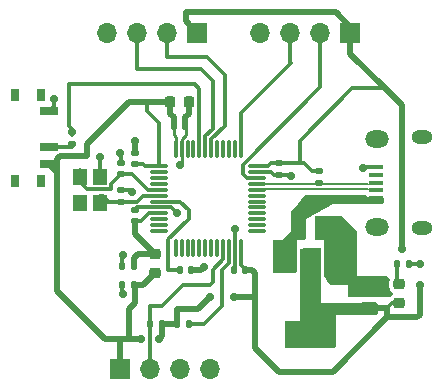
<source format=gbr>
%TF.GenerationSoftware,KiCad,Pcbnew,(6.0.10)*%
%TF.CreationDate,2024-12-04T22:05:22+05:30*%
%TF.ProjectId,STM32 Based PCB Design,53544d33-3220-4426-9173-656420504342,rev?*%
%TF.SameCoordinates,Original*%
%TF.FileFunction,Copper,L1,Top*%
%TF.FilePolarity,Positive*%
%FSLAX46Y46*%
G04 Gerber Fmt 4.6, Leading zero omitted, Abs format (unit mm)*
G04 Created by KiCad (PCBNEW (6.0.10)) date 2024-12-04 22:05:22*
%MOMM*%
%LPD*%
G01*
G04 APERTURE LIST*
G04 Aperture macros list*
%AMRoundRect*
0 Rectangle with rounded corners*
0 $1 Rounding radius*
0 $2 $3 $4 $5 $6 $7 $8 $9 X,Y pos of 4 corners*
0 Add a 4 corners polygon primitive as box body*
4,1,4,$2,$3,$4,$5,$6,$7,$8,$9,$2,$3,0*
0 Add four circle primitives for the rounded corners*
1,1,$1+$1,$2,$3*
1,1,$1+$1,$4,$5*
1,1,$1+$1,$6,$7*
1,1,$1+$1,$8,$9*
0 Add four rect primitives between the rounded corners*
20,1,$1+$1,$2,$3,$4,$5,0*
20,1,$1+$1,$4,$5,$6,$7,0*
20,1,$1+$1,$6,$7,$8,$9,0*
20,1,$1+$1,$8,$9,$2,$3,0*%
G04 Aperture macros list end*
%TA.AperFunction,SMDPad,CuDef*%
%ADD10RoundRect,0.075000X-0.662500X-0.075000X0.662500X-0.075000X0.662500X0.075000X-0.662500X0.075000X0*%
%TD*%
%TA.AperFunction,SMDPad,CuDef*%
%ADD11RoundRect,0.075000X-0.075000X-0.662500X0.075000X-0.662500X0.075000X0.662500X-0.075000X0.662500X0*%
%TD*%
%TA.AperFunction,SMDPad,CuDef*%
%ADD12R,1.300000X0.450000*%
%TD*%
%TA.AperFunction,ComponentPad*%
%ADD13O,2.000000X1.450000*%
%TD*%
%TA.AperFunction,ComponentPad*%
%ADD14O,1.800000X1.150000*%
%TD*%
%TA.AperFunction,SMDPad,CuDef*%
%ADD15RoundRect,0.218750X-0.256250X0.218750X-0.256250X-0.218750X0.256250X-0.218750X0.256250X0.218750X0*%
%TD*%
%TA.AperFunction,SMDPad,CuDef*%
%ADD16RoundRect,0.140000X0.140000X0.170000X-0.140000X0.170000X-0.140000X-0.170000X0.140000X-0.170000X0*%
%TD*%
%TA.AperFunction,SMDPad,CuDef*%
%ADD17RoundRect,0.140000X-0.140000X-0.170000X0.140000X-0.170000X0.140000X0.170000X-0.140000X0.170000X0*%
%TD*%
%TA.AperFunction,ComponentPad*%
%ADD18R,1.700000X1.700000*%
%TD*%
%TA.AperFunction,ComponentPad*%
%ADD19O,1.700000X1.700000*%
%TD*%
%TA.AperFunction,SMDPad,CuDef*%
%ADD20RoundRect,0.135000X0.135000X0.185000X-0.135000X0.185000X-0.135000X-0.185000X0.135000X-0.185000X0*%
%TD*%
%TA.AperFunction,SMDPad,CuDef*%
%ADD21RoundRect,0.140000X0.170000X-0.140000X0.170000X0.140000X-0.170000X0.140000X-0.170000X-0.140000X0*%
%TD*%
%TA.AperFunction,SMDPad,CuDef*%
%ADD22RoundRect,0.135000X-0.135000X-0.185000X0.135000X-0.185000X0.135000X0.185000X-0.135000X0.185000X0*%
%TD*%
%TA.AperFunction,SMDPad,CuDef*%
%ADD23RoundRect,0.250000X-0.250000X-0.475000X0.250000X-0.475000X0.250000X0.475000X-0.250000X0.475000X0*%
%TD*%
%TA.AperFunction,SMDPad,CuDef*%
%ADD24RoundRect,0.225000X-0.225000X-0.250000X0.225000X-0.250000X0.225000X0.250000X-0.225000X0.250000X0*%
%TD*%
%TA.AperFunction,SMDPad,CuDef*%
%ADD25RoundRect,0.135000X-0.185000X0.135000X-0.185000X-0.135000X0.185000X-0.135000X0.185000X0.135000X0*%
%TD*%
%TA.AperFunction,SMDPad,CuDef*%
%ADD26RoundRect,0.140000X-0.170000X0.140000X-0.170000X-0.140000X0.170000X-0.140000X0.170000X0.140000X0*%
%TD*%
%TA.AperFunction,SMDPad,CuDef*%
%ADD27R,0.800000X1.000000*%
%TD*%
%TA.AperFunction,SMDPad,CuDef*%
%ADD28R,1.500000X0.700000*%
%TD*%
%TA.AperFunction,SMDPad,CuDef*%
%ADD29RoundRect,0.135000X0.185000X-0.135000X0.185000X0.135000X-0.185000X0.135000X-0.185000X-0.135000X0*%
%TD*%
%TA.AperFunction,SMDPad,CuDef*%
%ADD30R,1.500000X2.000000*%
%TD*%
%TA.AperFunction,SMDPad,CuDef*%
%ADD31R,3.800000X2.000000*%
%TD*%
%TA.AperFunction,SMDPad,CuDef*%
%ADD32R,1.200000X1.400000*%
%TD*%
%TA.AperFunction,SMDPad,CuDef*%
%ADD33RoundRect,0.250000X0.475000X-0.250000X0.475000X0.250000X-0.475000X0.250000X-0.475000X-0.250000X0*%
%TD*%
%TA.AperFunction,ViaPad*%
%ADD34C,0.700000*%
%TD*%
%TA.AperFunction,Conductor*%
%ADD35C,0.300000*%
%TD*%
%TA.AperFunction,Conductor*%
%ADD36C,0.500000*%
%TD*%
%TA.AperFunction,Conductor*%
%ADD37C,0.250000*%
%TD*%
%TA.AperFunction,Conductor*%
%ADD38C,0.200000*%
%TD*%
G04 APERTURE END LIST*
D10*
%TO.P,U1,1,VBAT*%
%TO.N,+3.3V*%
X197911500Y-87750000D03*
%TO.P,U1,2,PC13*%
%TO.N,unconnected-(U1-Pad2)*%
X197911500Y-88250000D03*
%TO.P,U1,3,PC14*%
%TO.N,unconnected-(U1-Pad3)*%
X197911500Y-88750000D03*
%TO.P,U1,4,PC15*%
%TO.N,unconnected-(U1-Pad4)*%
X197911500Y-89250000D03*
%TO.P,U1,5,PD0*%
%TO.N,/HSE_IN*%
X197911500Y-89750000D03*
%TO.P,U1,6,PD1*%
%TO.N,/HSE_OUT*%
X197911500Y-90250000D03*
%TO.P,U1,7,NRST*%
%TO.N,/NRST*%
X197911500Y-90750000D03*
%TO.P,U1,8,VSSA*%
%TO.N,GND*%
X197911500Y-91250000D03*
%TO.P,U1,9,VDDA*%
%TO.N,+3.3VA*%
X197911500Y-91750000D03*
%TO.P,U1,10,PA0*%
%TO.N,unconnected-(U1-Pad10)*%
X197911500Y-92250000D03*
%TO.P,U1,11,PA1*%
%TO.N,unconnected-(U1-Pad11)*%
X197911500Y-92750000D03*
%TO.P,U1,12,PA2*%
%TO.N,unconnected-(U1-Pad12)*%
X197911500Y-93250000D03*
D11*
%TO.P,U1,13,PA3*%
%TO.N,unconnected-(U1-Pad13)*%
X199324000Y-94662500D03*
%TO.P,U1,14,PA4*%
%TO.N,unconnected-(U1-Pad14)*%
X199824000Y-94662500D03*
%TO.P,U1,15,PA5*%
%TO.N,unconnected-(U1-Pad15)*%
X200324000Y-94662500D03*
%TO.P,U1,16,PA6*%
%TO.N,unconnected-(U1-Pad16)*%
X200824000Y-94662500D03*
%TO.P,U1,17,PA7*%
%TO.N,unconnected-(U1-Pad17)*%
X201324000Y-94662500D03*
%TO.P,U1,18,PB0*%
%TO.N,unconnected-(U1-Pad18)*%
X201824000Y-94662500D03*
%TO.P,U1,19,PB1*%
%TO.N,unconnected-(U1-Pad19)*%
X202324000Y-94662500D03*
%TO.P,U1,20,PB2*%
%TO.N,unconnected-(U1-Pad20)*%
X202824000Y-94662500D03*
%TO.P,U1,21,PB10*%
%TO.N,/I2C2_SCL*%
X203324000Y-94662500D03*
%TO.P,U1,22,PB11*%
%TO.N,/I2C2_SDA*%
X203824000Y-94662500D03*
%TO.P,U1,23,VSS*%
%TO.N,GND*%
X204324000Y-94662500D03*
%TO.P,U1,24,VDD*%
%TO.N,+3.3V*%
X204824000Y-94662500D03*
D10*
%TO.P,U1,25,PB12*%
%TO.N,unconnected-(U1-Pad25)*%
X206236500Y-93250000D03*
%TO.P,U1,26,PB13*%
%TO.N,unconnected-(U1-Pad26)*%
X206236500Y-92750000D03*
%TO.P,U1,27,PB14*%
%TO.N,unconnected-(U1-Pad27)*%
X206236500Y-92250000D03*
%TO.P,U1,28,PB15*%
%TO.N,unconnected-(U1-Pad28)*%
X206236500Y-91750000D03*
%TO.P,U1,29,PA8*%
%TO.N,unconnected-(U1-Pad29)*%
X206236500Y-91250000D03*
%TO.P,U1,30,PA9*%
%TO.N,unconnected-(U1-Pad30)*%
X206236500Y-90750000D03*
%TO.P,U1,31,PA10*%
%TO.N,unconnected-(U1-Pad31)*%
X206236500Y-90250000D03*
%TO.P,U1,32,PA11*%
%TO.N,/USB_D-*%
X206236500Y-89750000D03*
%TO.P,U1,33,PA12*%
%TO.N,/USB_D+*%
X206236500Y-89250000D03*
%TO.P,U1,34,PA13*%
%TO.N,/SWDIO*%
X206236500Y-88750000D03*
%TO.P,U1,35,VSS*%
%TO.N,GND*%
X206236500Y-88250000D03*
%TO.P,U1,36,VDD*%
%TO.N,+3.3V*%
X206236500Y-87750000D03*
D11*
%TO.P,U1,37,PA14*%
%TO.N,/SWCLK*%
X204824000Y-86337500D03*
%TO.P,U1,38,PA15*%
%TO.N,unconnected-(U1-Pad38)*%
X204324000Y-86337500D03*
%TO.P,U1,39,PB3*%
%TO.N,unconnected-(U1-Pad39)*%
X203824000Y-86337500D03*
%TO.P,U1,40,PB4*%
%TO.N,unconnected-(U1-Pad40)*%
X203324000Y-86337500D03*
%TO.P,U1,41,PB5*%
%TO.N,unconnected-(U1-Pad41)*%
X202824000Y-86337500D03*
%TO.P,U1,42,PB6*%
%TO.N,/UART1_RX*%
X202324000Y-86337500D03*
%TO.P,U1,43,PB7*%
%TO.N,/UART1_TX*%
X201824000Y-86337500D03*
%TO.P,U1,44,BOOT0*%
%TO.N,Net-(R1-Pad2)*%
X201324000Y-86337500D03*
%TO.P,U1,45,PB8*%
%TO.N,unconnected-(U1-Pad45)*%
X200824000Y-86337500D03*
%TO.P,U1,46,PB9*%
%TO.N,unconnected-(U1-Pad46)*%
X200324000Y-86337500D03*
%TO.P,U1,47,VSS*%
%TO.N,GND*%
X199824000Y-86337500D03*
%TO.P,U1,48,VDD*%
%TO.N,+3.3V*%
X199324000Y-86337500D03*
%TD*%
D12*
%TO.P,J4,1,VBUS*%
%TO.N,VBUS*%
X216286000Y-90454000D03*
%TO.P,J4,2,D-*%
%TO.N,/USB_D-*%
X216286000Y-89804000D03*
%TO.P,J4,3,D+*%
%TO.N,/USB_D+*%
X216286000Y-89154000D03*
%TO.P,J4,4,ID*%
%TO.N,unconnected-(J4-Pad4)*%
X216286000Y-88504000D03*
%TO.P,J4,5,GND*%
%TO.N,GND*%
X216286000Y-87854000D03*
D13*
%TO.P,J4,6,Shield*%
%TO.N,unconnected-(J4-Pad6)*%
X216336000Y-85429000D03*
D14*
X220136000Y-93029000D03*
D13*
X216336000Y-92879000D03*
D14*
X220136000Y-85279000D03*
%TD*%
D15*
%TO.P,D1,1,K*%
%TO.N,/PLED-K*%
X218186000Y-97764500D03*
%TO.P,D1,2,A*%
%TO.N,+3.3V*%
X218186000Y-99339500D03*
%TD*%
D16*
%TO.P,C7,1*%
%TO.N,+3.3VA*%
X195769672Y-96186000D03*
%TO.P,C7,2*%
%TO.N,GND*%
X194809672Y-96186000D03*
%TD*%
D15*
%TO.P,FB1,1*%
%TO.N,+3.3VA*%
X197574000Y-95212500D03*
%TO.P,FB1,2*%
%TO.N,+3.3V*%
X197574000Y-96787500D03*
%TD*%
D17*
%TO.P,C9,1*%
%TO.N,/NRST*%
X199672000Y-96520000D03*
%TO.P,C9,2*%
%TO.N,GND*%
X200632000Y-96520000D03*
%TD*%
D18*
%TO.P,J3,1,Pin_1*%
%TO.N,+3.3V*%
X214112000Y-76454000D03*
D19*
%TO.P,J3,2,Pin_2*%
%TO.N,/SWDIO*%
X211572000Y-76454000D03*
%TO.P,J3,3,Pin_3*%
%TO.N,/SWCLK*%
X209032000Y-76454000D03*
%TO.P,J3,4,Pin_4*%
%TO.N,GND*%
X206492000Y-76454000D03*
%TD*%
D20*
%TO.P,R2,1*%
%TO.N,+3.3V*%
X198122000Y-101092000D03*
%TO.P,R2,2*%
%TO.N,/I2C2_SCL*%
X197102000Y-101092000D03*
%TD*%
D16*
%TO.P,C3,1*%
%TO.N,+3.3V*%
X205204000Y-96520000D03*
%TO.P,C3,2*%
%TO.N,GND*%
X204244000Y-96520000D03*
%TD*%
D18*
%TO.P,J1,1,Pin_1*%
%TO.N,+3.3V*%
X194574000Y-104902000D03*
D19*
%TO.P,J1,2,Pin_2*%
%TO.N,/I2C2_SCL*%
X197114000Y-104902000D03*
%TO.P,J1,3,Pin_3*%
%TO.N,/I2C2_SDA*%
X199654000Y-104902000D03*
%TO.P,J1,4,Pin_4*%
%TO.N,GND*%
X202194000Y-104902000D03*
%TD*%
D21*
%TO.P,C2,1*%
%TO.N,+3.3V*%
X195834000Y-87602000D03*
%TO.P,C2,2*%
%TO.N,GND*%
X195834000Y-86642000D03*
%TD*%
%TO.P,C11,1*%
%TO.N,/HSE_OUT*%
X194670000Y-90750000D03*
%TO.P,C11,2*%
%TO.N,GND*%
X194670000Y-89790000D03*
%TD*%
D22*
%TO.P,R5,1*%
%TO.N,/PLED-K*%
X218058000Y-96012000D03*
%TO.P,R5,2*%
%TO.N,GND*%
X219078000Y-96012000D03*
%TD*%
D16*
%TO.P,C8,1*%
%TO.N,+3.3V*%
X195769672Y-97826000D03*
%TO.P,C8,2*%
%TO.N,GND*%
X194809672Y-97826000D03*
%TD*%
D23*
%TO.P,C12,1*%
%TO.N,VBUS*%
X209870000Y-92964000D03*
%TO.P,C12,2*%
%TO.N,GND*%
X211770000Y-92964000D03*
%TD*%
D24*
%TO.P,C1,1*%
%TO.N,+3.3V*%
X198869000Y-82296000D03*
%TO.P,C1,2*%
%TO.N,GND*%
X200419000Y-82296000D03*
%TD*%
D25*
%TO.P,R4,1*%
%TO.N,+3.3V*%
X211454000Y-88136000D03*
%TO.P,R4,2*%
%TO.N,/USB_D+*%
X211454000Y-89156000D03*
%TD*%
D26*
%TO.P,C4,1*%
%TO.N,+3.3V*%
X208074000Y-87520000D03*
%TO.P,C4,2*%
%TO.N,GND*%
X208074000Y-88480000D03*
%TD*%
D21*
%TO.P,C6,1*%
%TO.N,+3.3VA*%
X195834000Y-92428000D03*
%TO.P,C6,2*%
%TO.N,GND*%
X195834000Y-91468000D03*
%TD*%
D27*
%TO.P,SW1,*%
%TO.N,*%
X185735000Y-88994000D03*
X187945000Y-88994000D03*
X185735000Y-81694000D03*
X187945000Y-81694000D03*
D28*
%TO.P,SW1,1,A*%
%TO.N,GND*%
X188595000Y-83094000D03*
%TO.P,SW1,2,B*%
%TO.N,/SW Boot 0*%
X188595000Y-86094000D03*
%TO.P,SW1,3,C*%
%TO.N,+3.3V*%
X188595000Y-87594000D03*
%TD*%
D21*
%TO.P,C10,1*%
%TO.N,/HSE_IN*%
X194670000Y-88436000D03*
%TO.P,C10,2*%
%TO.N,GND*%
X194670000Y-87476000D03*
%TD*%
D17*
%TO.P,C5,1*%
%TO.N,+3.3V*%
X199164000Y-84328000D03*
%TO.P,C5,2*%
%TO.N,GND*%
X200124000Y-84328000D03*
%TD*%
D22*
%TO.P,R3,1*%
%TO.N,+3.3V*%
X199388000Y-101092000D03*
%TO.P,R3,2*%
%TO.N,/I2C2_SDA*%
X200408000Y-101092000D03*
%TD*%
D29*
%TO.P,R1,1*%
%TO.N,/SW Boot 0*%
X190500000Y-85854000D03*
%TO.P,R1,2*%
%TO.N,Net-(R1-Pad2)*%
X190500000Y-84834000D03*
%TD*%
D30*
%TO.P,U2,1,GND*%
%TO.N,GND*%
X213125846Y-95704000D03*
%TO.P,U2,2,VO*%
%TO.N,+3.3V*%
X210825846Y-95704000D03*
D31*
X210825846Y-102004000D03*
D30*
%TO.P,U2,3,VI*%
%TO.N,VBUS*%
X208525846Y-95704000D03*
%TD*%
D32*
%TO.P,Y1,1,1*%
%TO.N,/HSE_IN*%
X191174000Y-88646000D03*
%TO.P,Y1,2,2*%
%TO.N,GND*%
X191174000Y-90846000D03*
%TO.P,Y1,3,3*%
%TO.N,/HSE_OUT*%
X192874000Y-90846000D03*
%TO.P,Y1,4,4*%
%TO.N,GND*%
X192874000Y-88646000D03*
%TD*%
D18*
%TO.P,J2,1,Pin_1*%
%TO.N,+3.3V*%
X201158000Y-76454000D03*
D19*
%TO.P,J2,2,Pin_2*%
%TO.N,/UART1_RX*%
X198618000Y-76454000D03*
%TO.P,J2,3,Pin_3*%
%TO.N,/UART1_TX*%
X196078000Y-76454000D03*
%TO.P,J2,4,Pin_4*%
%TO.N,GND*%
X193538000Y-76454000D03*
%TD*%
D33*
%TO.P,C13,1*%
%TO.N,+3.3V*%
X215646000Y-99756000D03*
%TO.P,C13,2*%
%TO.N,GND*%
X215646000Y-97856000D03*
%TD*%
D34*
%TO.N,+3.3V*%
X219964000Y-97790000D03*
X218440000Y-94742000D03*
X196342000Y-102362000D03*
X202184000Y-98806000D03*
X197866000Y-102362000D03*
X204216000Y-98806000D03*
%TO.N,GND*%
X213106000Y-93472000D03*
X216916000Y-98044000D03*
X199390000Y-91694000D03*
X213614000Y-97282000D03*
X194564000Y-86614000D03*
X204324000Y-93072000D03*
X209042000Y-88625499D03*
X201676000Y-96266000D03*
X195834000Y-85598000D03*
X188976000Y-82042000D03*
X213106000Y-92456000D03*
X199644000Y-87630000D03*
X219964000Y-96012000D03*
X195580000Y-89916000D03*
X192874000Y-86956000D03*
X194818000Y-95250000D03*
X194818000Y-98552000D03*
X215138000Y-87884000D03*
X212598000Y-97282000D03*
%TD*%
D35*
%TO.N,+3.3V*%
X218186000Y-99339500D02*
X217652500Y-99339500D01*
X208074000Y-87520000D02*
X209660000Y-87520000D01*
D36*
X196342000Y-102362000D02*
X195326000Y-102362000D01*
X191770000Y-85852000D02*
X191770000Y-86868000D01*
D35*
X196850000Y-83058000D02*
X196850000Y-82296000D01*
X196568000Y-87602000D02*
X195834000Y-87602000D01*
D36*
X189230000Y-98298000D02*
X189230000Y-88392000D01*
X191744000Y-86894000D02*
X189484000Y-86894000D01*
D35*
X214249000Y-81153000D02*
X217043000Y-81153000D01*
D36*
X194574000Y-104902000D02*
X194574000Y-102372000D01*
X195326000Y-99822000D02*
X195834000Y-99314000D01*
X198869000Y-82296000D02*
X198869000Y-83299000D01*
D35*
X196716000Y-87750000D02*
X196568000Y-87602000D01*
X209804000Y-87376000D02*
X209804000Y-85598000D01*
D36*
X193294000Y-102362000D02*
X189230000Y-98298000D01*
D35*
X207144000Y-87750000D02*
X207374000Y-87520000D01*
D36*
X215646000Y-99756000D02*
X217236000Y-99756000D01*
X189230000Y-88229000D02*
X188595000Y-87594000D01*
X199164000Y-83594000D02*
X199164000Y-84328000D01*
D35*
X210202000Y-87520000D02*
X210818000Y-88136000D01*
D36*
X205994000Y-96774000D02*
X205994000Y-98806000D01*
X196535500Y-97826000D02*
X197574000Y-96787500D01*
D35*
X217652500Y-99339500D02*
X217236000Y-99756000D01*
D37*
X199324000Y-85278000D02*
X199136000Y-85090000D01*
D36*
X189230000Y-88392000D02*
X189230000Y-88229000D01*
D35*
X197911500Y-87750000D02*
X197911500Y-84119500D01*
D36*
X212852000Y-74676000D02*
X214112000Y-75936000D01*
D35*
X206236500Y-87750000D02*
X207144000Y-87750000D01*
D36*
X199388000Y-99824000D02*
X199388000Y-101092000D01*
X198869000Y-82296000D02*
X196850000Y-82296000D01*
X195769672Y-97826000D02*
X196535500Y-97826000D01*
X198122000Y-102106000D02*
X197866000Y-102362000D01*
X214112000Y-75936000D02*
X214112000Y-76454000D01*
X194564000Y-102362000D02*
X193294000Y-102362000D01*
D35*
X210818000Y-88136000D02*
X211454000Y-88136000D01*
D36*
X199390000Y-99822000D02*
X199388000Y-99824000D01*
D35*
X204824000Y-96112000D02*
X204978000Y-96266000D01*
X197911500Y-87750000D02*
X196716000Y-87750000D01*
D36*
X205204000Y-96520000D02*
X205740000Y-96520000D01*
X200152000Y-74676000D02*
X212852000Y-74676000D01*
X202184000Y-98806000D02*
X201168000Y-99822000D01*
D35*
X204824000Y-94662500D02*
X204824000Y-96112000D01*
D36*
X189230000Y-87148000D02*
X189230000Y-88392000D01*
X217236000Y-100518000D02*
X217236000Y-99756000D01*
X219964000Y-97790000D02*
X219964000Y-100330000D01*
X201158000Y-76454000D02*
X200152000Y-75448000D01*
X195326000Y-82296000D02*
X191770000Y-85852000D01*
X214112000Y-76454000D02*
X214112000Y-78222000D01*
X212598000Y-105156000D02*
X217236000Y-100518000D01*
X195834000Y-99314000D02*
X195834000Y-97890328D01*
X198122000Y-101092000D02*
X199388000Y-101092000D01*
X217043000Y-81153000D02*
X218440000Y-82550000D01*
D35*
X209660000Y-87520000D02*
X210202000Y-87520000D01*
D36*
X200152000Y-75448000D02*
X200152000Y-74676000D01*
D35*
X197911500Y-84119500D02*
X196850000Y-83058000D01*
D36*
X205994000Y-98806000D02*
X205994000Y-103124000D01*
X205994000Y-103124000D02*
X208026000Y-105156000D01*
D37*
X199136000Y-85090000D02*
X199136000Y-84356000D01*
D36*
X208026000Y-105156000D02*
X212598000Y-105156000D01*
X219964000Y-100330000D02*
X219776000Y-100518000D01*
X195326000Y-102362000D02*
X195326000Y-99822000D01*
X198122000Y-101092000D02*
X198122000Y-102106000D01*
X194574000Y-102372000D02*
X194564000Y-102362000D01*
X195834000Y-97890328D02*
X195769672Y-97826000D01*
X195326000Y-102362000D02*
X194564000Y-102362000D01*
X214112000Y-78222000D02*
X217043000Y-81153000D01*
X219776000Y-100518000D02*
X217236000Y-100518000D01*
D37*
X199136000Y-84356000D02*
X199164000Y-84328000D01*
D36*
X198869000Y-83299000D02*
X199164000Y-83594000D01*
D35*
X207374000Y-87520000D02*
X208074000Y-87520000D01*
D36*
X205994000Y-98806000D02*
X204216000Y-98806000D01*
X189484000Y-86894000D02*
X189230000Y-87148000D01*
X201168000Y-99822000D02*
X199390000Y-99822000D01*
X191770000Y-86868000D02*
X191744000Y-86894000D01*
X196850000Y-82296000D02*
X195326000Y-82296000D01*
X205740000Y-96520000D02*
X205994000Y-96774000D01*
D35*
X209804000Y-85598000D02*
X214249000Y-81153000D01*
D37*
X199324000Y-86337500D02*
X199324000Y-85278000D01*
D36*
X218440000Y-82550000D02*
X218440000Y-94742000D01*
D35*
X209660000Y-87520000D02*
X209804000Y-87376000D01*
%TO.N,GND*%
X219964000Y-96012000D02*
X219078000Y-96012000D01*
X197911500Y-91250000D02*
X198946000Y-91250000D01*
D36*
X200124000Y-83594000D02*
X200124000Y-84328000D01*
D37*
X199824000Y-86337500D02*
X199824000Y-85418000D01*
D35*
X216286000Y-87854000D02*
X215168000Y-87854000D01*
D37*
X199824000Y-86337500D02*
X199824000Y-87450000D01*
D35*
X215168000Y-87854000D02*
X215138000Y-87884000D01*
X194670000Y-89790000D02*
X195454000Y-89790000D01*
X204324000Y-96440000D02*
X204244000Y-96520000D01*
D37*
X199824000Y-85418000D02*
X200152000Y-85090000D01*
D36*
X195834000Y-86642000D02*
X195834000Y-85598000D01*
D35*
X198946000Y-91250000D02*
X199390000Y-91694000D01*
X194670000Y-86720000D02*
X194564000Y-86614000D01*
X196052000Y-91250000D02*
X195834000Y-91468000D01*
D37*
X199824000Y-87450000D02*
X199644000Y-87630000D01*
D36*
X201422000Y-96520000D02*
X201676000Y-96266000D01*
D35*
X208896501Y-88480000D02*
X209042000Y-88625499D01*
X194809672Y-97826000D02*
X194809672Y-98543672D01*
X188976000Y-82713000D02*
X188976000Y-82042000D01*
X192874000Y-86956000D02*
X192874000Y-88646000D01*
X207376000Y-88250000D02*
X207606000Y-88480000D01*
X194670000Y-87476000D02*
X194670000Y-86720000D01*
X195454000Y-89790000D02*
X195580000Y-89916000D01*
X188595000Y-83094000D02*
X188976000Y-82713000D01*
D37*
X200152000Y-85090000D02*
X200152000Y-84356000D01*
D35*
X206236500Y-88250000D02*
X207376000Y-88250000D01*
X194809672Y-95258328D02*
X194818000Y-95250000D01*
X207606000Y-88480000D02*
X208074000Y-88480000D01*
D36*
X200419000Y-83299000D02*
X200124000Y-83594000D01*
D35*
X197911500Y-91250000D02*
X196052000Y-91250000D01*
D36*
X200419000Y-82296000D02*
X200419000Y-83299000D01*
D35*
X204324000Y-94662500D02*
X204324000Y-96440000D01*
X194809672Y-98543672D02*
X194818000Y-98552000D01*
D36*
X200632000Y-96520000D02*
X201422000Y-96520000D01*
D35*
X204324000Y-93072000D02*
X204324000Y-94662500D01*
X194809672Y-96186000D02*
X194809672Y-95258328D01*
X208074000Y-88480000D02*
X208896501Y-88480000D01*
D37*
X200152000Y-84356000D02*
X200124000Y-84328000D01*
D35*
%TO.N,+3.3VA*%
X195834000Y-92428000D02*
X196370000Y-92428000D01*
D36*
X195769672Y-96186000D02*
X195769672Y-95568328D01*
X195769672Y-95568328D02*
X196125500Y-95212500D01*
D35*
X196370000Y-92428000D02*
X197048000Y-91750000D01*
D36*
X197574000Y-95212500D02*
X197574000Y-95212000D01*
X195834000Y-93472000D02*
X195834000Y-92428000D01*
D35*
X197048000Y-91750000D02*
X197911500Y-91750000D01*
D36*
X197574000Y-95212000D02*
X195834000Y-93472000D01*
X196125500Y-95212500D02*
X197574000Y-95212500D01*
D35*
%TO.N,/NRST*%
X200406000Y-92241958D02*
X198774979Y-93872979D01*
X199716000Y-90750000D02*
X200406000Y-91440000D01*
X198628000Y-94019959D02*
X198628000Y-96520000D01*
X198999000Y-93648959D02*
X198774979Y-93872979D01*
X197911500Y-90750000D02*
X199716000Y-90750000D01*
X200406000Y-91440000D02*
X200406000Y-92241958D01*
X198774979Y-93872979D02*
X198628000Y-94019959D01*
X198628000Y-96520000D02*
X199672000Y-96520000D01*
%TO.N,/HSE_IN*%
X193824000Y-89282000D02*
X193824000Y-89696000D01*
X196938000Y-89750000D02*
X195580000Y-88392000D01*
X191174000Y-88190000D02*
X191174000Y-88090000D01*
X195580000Y-88392000D02*
X194714000Y-88392000D01*
X194714000Y-88392000D02*
X194670000Y-88436000D01*
X194670000Y-88436000D02*
X193824000Y-89282000D01*
X191174000Y-89066000D02*
X191174000Y-88646000D01*
X197911500Y-89750000D02*
X196938000Y-89750000D01*
X191804000Y-89696000D02*
X191174000Y-89066000D01*
X194670000Y-88436000D02*
X194528000Y-88436000D01*
X193824000Y-89696000D02*
X191804000Y-89696000D01*
%TO.N,/HSE_OUT*%
X194670000Y-90750000D02*
X193620000Y-90750000D01*
X196516000Y-90250000D02*
X196016000Y-90750000D01*
X196016000Y-90750000D02*
X194670000Y-90750000D01*
X193160000Y-90290000D02*
X192874000Y-90290000D01*
X193620000Y-90750000D02*
X193160000Y-90290000D01*
X197911500Y-90250000D02*
X196516000Y-90250000D01*
%TO.N,/PLED-K*%
X218058000Y-97636500D02*
X218186000Y-97764500D01*
X218058000Y-96012000D02*
X218058000Y-97636500D01*
%TO.N,/I2C2_SCL*%
X197104000Y-99568000D02*
X198120000Y-99568000D01*
X197102000Y-101092000D02*
X197102000Y-99570000D01*
X203324000Y-95634000D02*
X203324000Y-94662500D01*
X202438000Y-96520000D02*
X203324000Y-95634000D01*
X198120000Y-99568000D02*
X199898000Y-97790000D01*
X197102000Y-101092000D02*
X197114000Y-101104000D01*
X199898000Y-97790000D02*
X202184000Y-97790000D01*
X202438000Y-97536000D02*
X202438000Y-96520000D01*
X197102000Y-99570000D02*
X197104000Y-99568000D01*
X197114000Y-101104000D02*
X197114000Y-104902000D01*
X202184000Y-97790000D02*
X202438000Y-97536000D01*
%TO.N,/I2C2_SDA*%
X203200000Y-99568000D02*
X201676000Y-101092000D01*
X203200000Y-96561035D02*
X203200000Y-99568000D01*
X203824000Y-95937035D02*
X203200000Y-96561035D01*
X200406000Y-101090000D02*
X200408000Y-101092000D01*
X203824000Y-94662500D02*
X203824000Y-95937035D01*
X201676000Y-101092000D02*
X200408000Y-101092000D01*
%TO.N,/UART1_RX*%
X202324000Y-86337500D02*
X202324000Y-85458000D01*
X203454000Y-80010000D02*
X201930000Y-78486000D01*
X201930000Y-78486000D02*
X198628000Y-78486000D01*
X202324000Y-85458000D02*
X203454000Y-84328000D01*
X198618000Y-78476000D02*
X198618000Y-76454000D01*
X203454000Y-84328000D02*
X203454000Y-80010000D01*
X198628000Y-78486000D02*
X198618000Y-78476000D01*
%TO.N,/UART1_TX*%
X196088000Y-79502000D02*
X196078000Y-79492000D01*
X202438000Y-84582000D02*
X202438000Y-80518000D01*
X196078000Y-79492000D02*
X196078000Y-76454000D01*
X201422000Y-79502000D02*
X196088000Y-79502000D01*
X202438000Y-80518000D02*
X201422000Y-79502000D01*
X201824000Y-85196000D02*
X202438000Y-84582000D01*
X201824000Y-86337500D02*
X201824000Y-85196000D01*
%TO.N,/SWDIO*%
X204978000Y-88392000D02*
X204978000Y-87630000D01*
X205336000Y-88750000D02*
X204978000Y-88392000D01*
X206236500Y-88750000D02*
X205336000Y-88750000D01*
X211572000Y-81036000D02*
X211572000Y-76454000D01*
X204978000Y-87630000D02*
X211572000Y-81036000D01*
%TO.N,/SWCLK*%
X204824000Y-83212000D02*
X209042000Y-78994000D01*
X209032000Y-78984000D02*
X209032000Y-76454000D01*
X209042000Y-78994000D02*
X209032000Y-78984000D01*
X204824000Y-86337500D02*
X204824000Y-83212000D01*
D38*
%TO.N,/USB_D-*%
X206236500Y-89750000D02*
X206261499Y-89725001D01*
X206261499Y-89725001D02*
X215619498Y-89725000D01*
%TO.N,/USB_D+*%
X206261499Y-89274999D02*
X215619498Y-89275000D01*
X206236500Y-89250000D02*
X206261499Y-89274999D01*
D35*
%TO.N,/SW Boot 0*%
X188609000Y-86108000D02*
X188595000Y-86094000D01*
X190500000Y-86108000D02*
X188609000Y-86108000D01*
%TO.N,Net-(R1-Pad2)*%
X190500000Y-84582000D02*
X190246000Y-84328000D01*
X190500000Y-85088000D02*
X190500000Y-84582000D01*
X190246000Y-80772000D02*
X190246000Y-84328000D01*
X200914000Y-80772000D02*
X190246000Y-80772000D01*
X201324000Y-86337500D02*
X201324000Y-81182000D01*
X201324000Y-81182000D02*
X200914000Y-80772000D01*
%TD*%
%TA.AperFunction,Conductor*%
%TO.N,VBUS*%
G36*
X215367591Y-90189685D02*
G01*
X215388157Y-90206242D01*
X215463287Y-90281241D01*
X215473758Y-90285870D01*
X215473759Y-90285871D01*
X215557147Y-90322737D01*
X215557149Y-90322738D01*
X215565673Y-90326506D01*
X215591354Y-90329500D01*
X216792000Y-90329500D01*
X216859039Y-90349185D01*
X216904794Y-90401989D01*
X216916000Y-90453500D01*
X216916000Y-90808000D01*
X216896315Y-90875039D01*
X216843511Y-90920794D01*
X216792000Y-90932000D01*
X212598000Y-90932000D01*
X210312000Y-92202000D01*
X210312000Y-93856000D01*
X210292315Y-93923039D01*
X210239511Y-93968794D01*
X210188000Y-93980000D01*
X209550000Y-93980000D01*
X209550000Y-96650000D01*
X209530315Y-96717039D01*
X209477511Y-96762794D01*
X209426000Y-96774000D01*
X207642000Y-96774000D01*
X207574961Y-96754315D01*
X207529206Y-96701511D01*
X207518000Y-96650000D01*
X207518000Y-94104000D01*
X207537685Y-94036961D01*
X207590489Y-93991206D01*
X207642000Y-93980000D01*
X208280000Y-93980000D01*
X209042000Y-93218000D01*
X209042000Y-91738894D01*
X209061685Y-91671855D01*
X209070741Y-91659511D01*
X209686338Y-90920794D01*
X210274819Y-90214617D01*
X210332858Y-90175718D01*
X210370078Y-90170000D01*
X215300552Y-90170000D01*
X215367591Y-90189685D01*
G37*
%TD.AperFunction*%
%TD*%
%TA.AperFunction,Conductor*%
%TO.N,+3.3V*%
G36*
X211525039Y-94761685D02*
G01*
X211570794Y-94814489D01*
X211582000Y-94866000D01*
X211582000Y-99314000D01*
X216284000Y-99314000D01*
X216351039Y-99333685D01*
X216396794Y-99386489D01*
X216408000Y-99438000D01*
X216408000Y-100206000D01*
X216388315Y-100273039D01*
X216335511Y-100318794D01*
X216284000Y-100330000D01*
X212852000Y-100330000D01*
X212852000Y-103000000D01*
X212832315Y-103067039D01*
X212779511Y-103112794D01*
X212728000Y-103124000D01*
X208658000Y-103124000D01*
X208590961Y-103104315D01*
X208545206Y-103051511D01*
X208534000Y-103000000D01*
X208534000Y-100962000D01*
X208553685Y-100894961D01*
X208606489Y-100849206D01*
X208658000Y-100838000D01*
X209804000Y-100838000D01*
X209804000Y-94866000D01*
X209823685Y-94798961D01*
X209876489Y-94753206D01*
X209928000Y-94742000D01*
X211458000Y-94742000D01*
X211525039Y-94761685D01*
G37*
%TD.AperFunction*%
%TD*%
%TA.AperFunction,Conductor*%
%TO.N,GND*%
G36*
X213375677Y-91967685D02*
G01*
X213396319Y-91984319D01*
X214593681Y-93181681D01*
X214627166Y-93243004D01*
X214630000Y-93269362D01*
X214630000Y-97028000D01*
X217118638Y-97028000D01*
X217185677Y-97047685D01*
X217206319Y-97064319D01*
X217403421Y-97261421D01*
X217436906Y-97322744D01*
X217431032Y-97394749D01*
X217423679Y-97413321D01*
X217420747Y-97420727D01*
X217410500Y-97505406D01*
X217410500Y-98023594D01*
X217420747Y-98108273D01*
X217473119Y-98240548D01*
X217559133Y-98353867D01*
X217565864Y-98358976D01*
X217628970Y-98406876D01*
X217670468Y-98463087D01*
X217678000Y-98505646D01*
X217678000Y-98598354D01*
X217658315Y-98665393D01*
X217628971Y-98697123D01*
X217559133Y-98750133D01*
X217554024Y-98756864D01*
X217554022Y-98756866D01*
X217553940Y-98756974D01*
X217553841Y-98757047D01*
X217548044Y-98762844D01*
X217547171Y-98761971D01*
X217497727Y-98798470D01*
X217455173Y-98806000D01*
X213992000Y-98806000D01*
X213924961Y-98786315D01*
X213879206Y-98733511D01*
X213868000Y-98682000D01*
X213868000Y-97790000D01*
X212410363Y-97790000D01*
X212343324Y-97770315D01*
X212307189Y-97734783D01*
X211856826Y-97059239D01*
X211836000Y-96990456D01*
X211836000Y-96885002D01*
X211846589Y-96834863D01*
X211869583Y-96782853D01*
X211869584Y-96782851D01*
X211873352Y-96774327D01*
X211876346Y-96748646D01*
X211876346Y-94659354D01*
X211873228Y-94633154D01*
X211846676Y-94573377D01*
X211836000Y-94523040D01*
X211836000Y-93980000D01*
X211198000Y-93980000D01*
X211130961Y-93960315D01*
X211085206Y-93907511D01*
X211074000Y-93856000D01*
X211074000Y-92072000D01*
X211093685Y-92004961D01*
X211146489Y-91959206D01*
X211198000Y-91948000D01*
X213308638Y-91948000D01*
X213375677Y-91967685D01*
G37*
%TD.AperFunction*%
%TD*%
M02*

</source>
